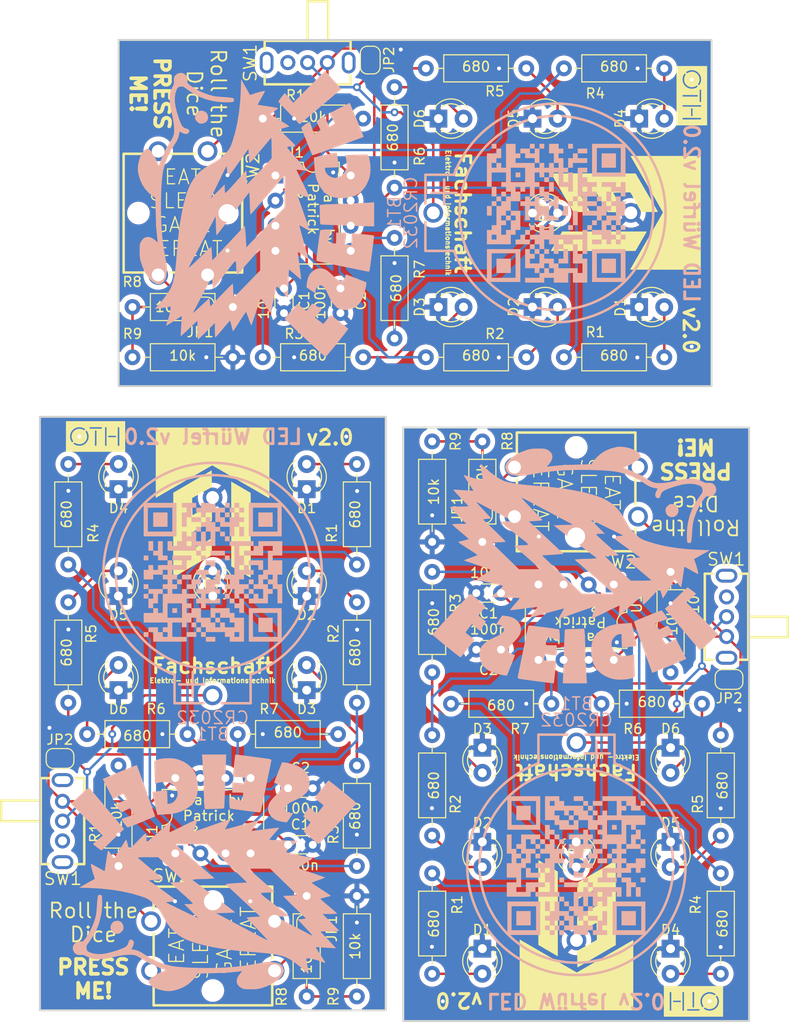
<source format=kicad_pcb>
(kicad_pcb (version 20221018) (generator pcbnew)
  (layers (0 "F.Cu" signal) (31 "B.Cu" signal) (34 "B.Paste" user) (35 "F.Paste" user) (36 "B.SilkS" user "B.Silkscreen") (37 "F.SilkS" user "F.Silkscreen") (38 "B.Mask" user) (39 "F.Mask" user) (44 "Edge.Cuts" user))
  (net 0 "")
  (net 1 "Net-(BT1-+)")
  (net 2 "GND")
  (net 3 "VCC")
  (net 6 "Button")
  (net 7 "Net-(D1-A)")
  (net 8 "Net-(D2-A)")
  (net 9 "Net-(D3-A)")
  (net 10 "Net-(D4-A)")
  (net 11 "Net-(D5-A)")
  (net 12 "Net-(D6-A)")
  (net 13 "Net-(D7-A)")
  (net 14 "RST")
  (net 15 "LED4")
  (net 16 "LED2")
  (net 18 "LED1")
  (net 19 "Net-(JP1-A)")
  (net 20 "LED3")
  (footprint "Resistor_THT:R_Axial_DIN0207_L6.3mm_D2.5mm_P10.16mm_Horizontal" (layer "F.Cu") (at 102.87 128.905 90)
    (fp_text reference "R5")
    (fp_text value "680")
  )
  (footprint "Jumper:SolderJumper-2_P1.3mm_Open_RoundedPad1.0x1.5mm" (layer "F.Cu") (at 127 151.75 90)
    (fp_text reference "JP1")
    (fp_text value "SolderJumper_2_Open" hide)
  )
  (footprint "LED_THT:LED_D3.0mm" (layer "F.Cu") (at 144.78 142.971294 -90)
    (fp_text reference "D2")
    (fp_text value "Red-TH-3mm" hide)
  )
  (footprint "Capacitor_THT:C_Disc_D3.0mm_W1.6mm_P2.50mm" (layer "F.Cu") (at 125.115 137.552842)
    (fp_text reference "C2")
    (fp_text value "100n")
  )
  (footprint "LED_THT:LED_D3.0mm" (layer "F.Cu") (at 144.78 133.451294 -90)
    (fp_text reference "D3")
    (fp_text value "Red-TH-3mm" hide)
  )
  (footprint "LED_THT:LED_D3.0mm" (layer "F.Cu") (at 163.83 133.451294 -90)
    (fp_text reference "D6")
    (fp_text value "Red-TH-3mm" hide)
  )
  (footprint "Capacitor_THT:C_Disc_D3.0mm_W1.6mm_P2.50mm" (layer "F.Cu") (at 146.665 123.533452 180)
    (fp_text reference "C2")
    (fp_text value "100n")
  )
  (footprint "LOGO" (layer "F.Cu") (at 117.475 112.728599)
    (fp_text reference "G012" hide)
    (fp_text value "LOGO" hide)
  )
  (footprint "Resistor_THT:R_Axial_DIN0207_L6.3mm_D2.5mm_P10.16mm_Horizontal" (layer "F.Cu") (at 168.91 132.181294 -90)
    (fp_text reference "R5")
    (fp_text value "680")
  )
  (footprint "C84931:KEY-TH_4P-L12.0-W12.0-P5.00-LS13.4-EH" (layer "F.Cu") (at 117.5 153.5)
    (fp_text reference "SW2")
    (fp_text value "Omron B3F-4055" hide)
  )
  (footprint "LED_THT:LED_D3.0mm" (layer "F.Cu") (at 140.335 88.9)
    (fp_text reference "D3")
    (fp_text value "Red-TH-3mm" hide)
  )
  (footprint "Resistor_THT:R_Axial_DIN0207_L6.3mm_D2.5mm_P10.16mm_Horizontal" (layer "F.Cu") (at 132.08 145.415 90)
    (fp_text reference "R3")
    (fp_text value "680")
  )
  (footprint "Resistor_THT:R_Axial_DIN0207_L6.3mm_D2.5mm_P10.16mm_Horizontal" (layer "F.Cu") (at 139.7 132.181294 -90)
    (fp_text reference "R2")
    (fp_text value "680")
  )
  (footprint "Resistor_THT:R_Axial_DIN0207_L6.3mm_D2.5mm_P10.16mm_Horizontal" (layer "F.Cu") (at 102.87 114.935 90)
    (fp_text reference "R4")
    (fp_text value "680")
  )
  (footprint "Capacitor_THT:C_Disc_D3.0mm_W1.6mm_P2.50mm" (layer "F.Cu") (at 124.702158 87.015 -90)
    (fp_text reference "C1")
    (fp_text value "100n")
  )
  (footprint "Resistor_THT:R_Axial_DIN0207_L6.3mm_D2.5mm_P10.16mm_Horizontal" (layer "F.Cu") (at 127 158.6 90)
    (fp_text reference "R8")
    (fp_text value "10k")
  )
  (footprint "Resistor_THT:R_Axial_DIN0207_L6.3mm_D2.5mm_P10.16mm_Horizontal" (layer "F.Cu") (at 109.37 93.98)
    (fp_text reference "R9")
    (fp_text value "10k")
  )
  (footprint "Resistor_THT:R_Axial_DIN0207_L6.3mm_D2.5mm_P10.16mm_Horizontal" (layer "F.Cu") (at 151.765 129.006294 180)
    (fp_text reference "R7")
    (fp_text value "680")
  )
  (footprint "LED_THT:LED_D3.0mm" (layer "F.Cu") (at 149.855 88.9)
    (fp_text reference "D2")
    (fp_text value "Red-TH-3mm" hide)
  )
  (footprint "LED_THT:LED_D3.0mm" (layer "F.Cu") (at 163.83 153.771294 -90)
    (fp_text reference "D4")
    (fp_text value "Red-TH-3mm" hide)
  )
  (footprint "Resistor_THT:R_Axial_DIN0207_L6.3mm_D2.5mm_P10.16mm_Horizontal" (layer "F.Cu") (at 132.08 128.905 90)
    (fp_text reference "R2")
    (fp_text value "680")
  )
  (footprint "C84931:KEY-TH_4P-L12.0-W12.0-P5.00-LS13.4-EH" (layer "F.Cu") (at 114.47 79.4 -90)
    (fp_text reference "SW2")
    (fp_text value "Omron B3F-4055" hide)
  )
  (footprint "Resistor_THT:R_Axial_DIN0207_L6.3mm_D2.5mm_P10.16mm_Horizontal" (layer "F.Cu") (at 132.08 158.6 90)
    (fp_text reference "R9")
    (fp_text value "10k")
  )
  (footprint "Resistor_THT:R_Axial_DIN0207_L6.3mm_D2.5mm_P10.16mm_Horizontal" (layer "F.Cu") (at 109.37 88.9)
    (fp_text reference "R8")
    (fp_text value "10k")
  )
  (footprint "Resistor_THT:R_Axial_DIN0207_L6.3mm_D2.5mm_P10.16mm_Horizontal" (layer "F.Cu") (at 122.555 93.98)
    (fp_text reference "R3")
    (fp_text value "680")
  )
  (footprint "Resistor_THT:R_Axial_DIN0207_L6.3mm_D2.5mm_P10.16mm_Horizontal" (layer "F.Cu") (at 144.78 102.486294 -90)
    (fp_text reference "R8")
    (fp_text value "10k")
  )
  (footprint "C393937:SW-TH_SK12D07VG4" (layer "F.Cu") (at 127.095 64.186 180)
    (fp_text reference "SW1")
    (fp_text value "SK12D07VG4" hide)
  )
  (footprint "Resistor_THT:R_Axial_DIN0207_L6.3mm_D2.5mm_P10.16mm_Horizontal" (layer "F.Cu") (at 139.065 64.77)
    (fp_text reference "R5")
    (fp_text value "680")
  )
  (footprint "Resistor_THT:R_Axial_DIN0207_L6.3mm_D2.5mm_P10.16mm_Horizontal" (layer "F.Cu") (at 107.95 145.415 90)
    (fp_text reference "R10")
    (fp_text value "10k")
  )
  (footprint "Resistor_THT:R_Axial_DIN0207_L6.3mm_D2.5mm_P10.16mm_Horizontal" (layer "F.Cu") (at 156.845 129.006294)
    (fp_text reference "R6")
    (fp_text value "680")
  )
  (footprint "Capacitor_THT:C_Disc_D3.0mm_W1.6mm_P2.50mm" (layer "F.Cu") (at 130.417158 87.015 -90)
    (fp_text reference "C2")
    (fp_text value "100n")
  )
  (footprint "Jumper:SolderJumper-2_P1.3mm_Open_RoundedPad1.0x1.5mm" (layer "F.Cu") (at 116.22 88.9)
    (fp_text reference "JP1")
    (fp_text value "SolderJumper_2_Open" hide)
  )
  (footprint "LED_THT:LED_D3.0mm" (layer "F.Cu") (at 149.855 79.4)
    (fp_text reference "D7")
    (fp_text value "Red-TH-3mm" hide)
  )
  (footprint "Jumper:SolderJumper-2_P1.3mm_Bridged_RoundedPad1.0x1.5mm" (layer "F.Cu") (at 133.431391 63.933217 90)
    (fp_text reference "JP2")
    (fp_text value "SolderJumper_2_Bridged" hide)
  )
  (footprint "Resistor_THT:R_Axial_DIN0207_L6.3mm_D2.5mm_P10.16mm_Horizontal" (layer "F.Cu") (at 153.035 64.77)
    (fp_text reference "R4")
    (fp_text value "680")
  )
  (footprint "LED_THT:LED_D3.0mm" (layer "F.Cu") (at 163.83 142.971294 -90)
    (fp_text reference "D5")
    (fp_text value "Red-TH-3mm" hide)
  )
  (footprint "Resistor_THT:R_Axial_DIN0207_L6.3mm_D2.5mm_P10.16mm_Horizontal" (layer "F.Cu") (at 120.015 132.08)
    (fp_text reference "R7")
    (fp_text value "680")
  )
  (footprint "LED_THT:LED_D3.0mm" (layer "F.Cu") (at 154.28 142.971294 -90)
    (fp_text reference "D7")
    (fp_text value "Red-TH-3mm" hide)
  )
  (footprint "Package_DIP:DIP-8_W7.62mm" (layer "F.Cu") (at 113.7 144.135 90)
    (fp_text reference "U1")
    (fp_text value "ATtiny13A-P" hide)
  )
  (footprint "Capacitor_THT:C_Disc_D3.0mm_W1.6mm_P2.50mm" (layer "F.Cu") (at 125.115 143.267842)
    (fp_text reference "C1")
    (fp_text value "100n")
  )
  (footprint "LED_THT:LED_D3.0mm" (layer "F.Cu") (at 149.855 69.85)
    (fp_text reference "D5")
    (fp_text value "Red-TH-3mm" hide)
  )
  (footprint "LED_THT:LED_D3.0mm" (layer "F.Cu") (at 127 127.635 90)
    (fp_text reference "D3")
    (fp_text value "Red-TH-3mm" hide)
  )
  (footprint "Package_DIP:DIP-8_W7.62mm" (layer "F.Cu") (at 158.08 116.951294 -90)
    (fp_text reference "U1")
    (fp_text value "ATtiny13A-P" hide)
  )
  (footprint "LED_THT:LED_D3.0mm" (layer "F.Cu") (at 160.655 69.85)
    (fp_text reference "D4")
    (fp_text value "Red-TH-3mm" hide)
  )
  (footprint "LOGO" (layer "F.Cu") (at 155.876401 79.375 -90)
    (fp_text reference "G011" hide)
    (fp_text value "LOGO" hide)
  )
  (footprint "Resistor_THT:R_Axial_DIN0207_L6.3mm_D2.5mm_P10.16mm_Horizontal" (layer "F.Cu") (at 135.89 81.915 -90)
    (fp_text reference "R7")
    (fp_text value "680")
  )
  (footprint "LOGO" (layer "F.Cu") (at 154.305 148.357695 180)
    (fp_text reference "G012" hide)
    (fp_text value "LOGO" hide)
  )
  (footprint "Resistor_THT:R_Axial_DIN0207_L6.3mm_D2.5mm_P10.16mm_Horizontal" (layer "F.Cu") (at 139.065 93.98)
    (fp_text reference "R2")
    (fp_text value "680")
  )
  (footprint "LOGO" (layer "F.Cu") (at 165.981614 67.525615 -90)
    (fp_text reference "G02" hide)
    (fp_text value "LOGO" hide)
  )
  (footprint "Resistor_THT:R_Axial_DIN0207_L6.3mm_D2.5mm_P10.16mm_Horizontal" (layer "F.Cu") (at 153.035 93.98)
    (fp_text reference "R1")
    (fp_text value "680")
  )
  (footprint "Jumper:SolderJumper-2_P1.3mm_Bridged_RoundedPad1.0x1.5mm" (layer "F.Cu") (at 169.746783 126.547685)
    (fp_text reference "JP2")
    (fp_text value "SolderJumper_2_Bridged" hide)
  )
  (footprint "LOGO" (layer "F.Cu") (at 155.241401 79.375 -90)
    (fp_text reference "G012" hide)
    (fp_text value "LOGO" hide)
  )
  (footprint "C84931:KEY-TH_4P-L12.0-W12.0-P5.00-LS13.4-EH" (layer "F.Cu") (at 154.28 107.586294 180)
    (fp_text reference "SW2")
    (fp_text value "Omron B3F-4055" hide)
  )
  (footprint "Package_DIP:DIP-8_W7.62mm" (layer "F.Cu") (at 123.835 75.6)
    (fp_text reference "U1")
    (fp_text value "ATtiny13A-P" hide)
  )
  (footprint "C393937:SW-TH_SK12D07VG4" (layer "F.Cu") (at 102.286 140.875 -90)
    (fp_text reference "SW1")
    (fp_text value "SK12D07VG4" hide)
  )
  (footprint "Resistor_THT:R_Axial_DIN0207_L6.3mm_D2.5mm_P10.16mm_Horizontal" (layer "F.Cu") (at 139.7 146.151294 -90)
    (fp_text reference "R1")
    (fp_text value "680")
  )
  (footprint "LOGO" (layer "F.Cu") (at 117.475 112.093599)
    (fp_text reference "G011" hide)
    (fp_text value "LOGO" hide)
  )
  (footprint "LED_THT:LED_D3.0mm" (layer "F.Cu") (at 144.78 153.766294 -90)
    (fp_text reference "D1")
    (fp_text value "Red-TH-3mm" hide)
  )
  (footprint "LED_THT:LED_D3.0mm" (layer "F.Cu") (at 117.5 118.115 90)
    (fp_text reference "D7")
    (fp_text value "Red-TH-3mm" hide)
  )
  (footprint "C393937:SW-TH_SK12D07VG4" (layer "F.Cu") (at 169.494 120.211294 90)
    (fp_text reference "SW1")
    (fp_text value "SK12D07VG4" hide)
  )
  (footprint "Resistor_THT:R_Axial_DIN0207_L6.3mm_D2.5mm_P10.16mm_Horizontal" (layer "F.Cu") (at 163.83 115.671294 -90)
    (fp_text reference "R10")
    (fp_text value "10k")
  )
  (footprint "Jumper:SolderJumper-2_P1.3mm_Open_RoundedPad1.0x1.5mm" (layer "F.Cu") (at 144.78 109.336294 -90)
    (fp_text reference "JP1")
    (fp_text value "SolderJumper_2_Open" hide)
  )
  (footprint "LOGO" (layer "F.Cu") (at 166.154385 159.097908 180)
    (fp_text reference "G02" hide)
    (fp_text value "LOGO" hide)
  )
  (footprint "Resistor_THT:R_Axial_DIN0207_L6.3mm_D2.5mm_P10.16mm_Horizontal" (layer "F.Cu") (at 114.935 132.08 180)
    (fp_text reference "R6")
    (fp_text value "680")
  )
  (footprint "LOGO" (layer "F.Cu") (at 154.305 148.992695 180)
    (fp_text reference "G011" hide)
    (fp_text value "LOGO" hide)
  )
  (footprint "Jumper:SolderJumper-2_P1.3mm_Bridged_RoundedPad1.0x1.5mm" (layer "F.Cu") (at 102.033217 134.538609 180)
    (fp_text reference "JP2")
    (fp_text value "SolderJumper_2_Bridged" hide)
  )
  (footprint "LED_THT:LED_D3.0mm" (layer "F.Cu") (at 107.95 118.115 90)
    (fp_text reference "D5")
    (fp_text value "Red-TH-3mm" hide)
  )
  (footprint "Resistor_THT:R_Axial_DIN0207_L6.3mm_D2.5mm_P10.16mm_Horizontal" (layer "F.Cu") (at 139.7 115.671294 -90)
    (fp_text reference "R3")
    (fp_text value "680")
  )
  (footprint "LED_THT:LED_D3.0mm" (layer "F.Cu") (at 127 118.115 90)
    (fp_text reference "D2")
    (fp_text value "Red-TH-3mm" hide)
  )
  (footprint "LOGO" (layer "F.Cu") (at 105.625615 101.988386)
    (fp_text reference "G02" hide)
    (fp_text value "LOGO" hide)
  )
  (footprint "LED_THT:LED_D3.0mm" (layer "F.Cu") (at 107.95 107.315 90)
    (fp_text reference "D4")
    (fp_text value "Red-TH-3mm" hide)
  )
  (footprint "LED_THT:LED_D3.0mm" (layer "F.Cu") (at 160.65 88.9)
    (fp_text reference "D1")
    (fp_text value "Red-TH-3mm" hide)
  )
  (footprint "LED_THT:LED_D3.0mm" (layer "F.Cu") (at 107.95 127.635 90)
    (fp_text reference "D6")
    (fp_text value "Red-TH-3mm" hide)
  )
  (footprint "Capacitor_THT:C_Disc_D3.0mm_W1.6mm_P2.50mm" (layer "F.Cu") (at 146.665 117.818452 180)
    (fp_text reference "C1")
    (fp_text value "100n")
  )
  (footprint "Resistor_THT:R_Axial_DIN0207_L6.3mm_D2.5mm_P10.16mm_Horizontal" (layer "F.Cu") (at 168.91 146.151294 -90)
    (fp_text reference "R4")
    (fp_text value "680")
  )
  (footprint "LED_THT:LED_D3.0mm" (layer "F.Cu") (at 127 107.32 90)
    (fp_text reference "D1")
    (fp_text value "Red-TH-3mm" hide)
  )
  (footprint "Resistor_THT:R_Axial_DIN0207_L6.3mm_D2.5mm_P10.16mm_Horizontal" (layer "F.Cu") (at 135.89 76.835 90)
    (fp_text reference "R6")
    (fp_text value "680")
  )
  (footprint "Resistor_THT:R_Axial_DIN0207_L6.3mm_D2.5mm_P10.16mm_Horizontal" (layer "F.Cu") (at 132.08 114.935 90)
    (fp_text reference "R1")
    (fp_text value "680")
  )
  (footprint "Resistor_THT:R_Axial_DIN0207_L6.3mm_D2.5mm_P10.16mm_Horizontal" (layer "F.Cu") (at 139.7 102.486294 -90)
    (fp_text reference "R9")
    (fp_text value "10k")
  )
  (footprint "LED_THT:LED_D3.0mm" (layer "F.Cu") (at 140.335 69.85)
    (fp_text reference "D6")
    (fp_text value "Red-TH-3mm" hide)
  )
  (footprint "Resistor_THT:R_Axial_DIN0207_L6.3mm_D2.5mm_P10.16mm_Horizontal" (layer "F.Cu") (at 122.555 69.85)
    (fp_text reference "R10")
    (fp_text value "10k")
  )
  (footprint "LOGO" (layer "B.Cu") (at 117.475 146.05 180)
    (fp_text reference "G01" hide)
    (fp_text value "LOGO" hide)
  )
  (footprint "LOGO" (layer "B.Cu") (at 154.305 115.036294)
    (fp_text reference "G01" hide)
    (fp_text value "LOGO" hide)
  )
  (footprint "LOGO" (layer "B.Cu") (at 121.92 79.375 90)
    (fp_text reference "G01" hide)
    (fp_text value "LOGO" hide)
  )
  (footprint "C70376:BAT-TH_BS-2-1" (layer "B.Cu") (at 117.475 118.156421 180)
    (fp_text reference "BT1")
    (fp_text value "CR2032")
  )
  (footprint "LOGO" (layer "B.Cu") (at 117.513045 115.715632 180)
    (fp_text reference "G100" hide)
    (fp_text value "LOGO" hide)
  )
  (footprint "LOGO" (layer "B.Cu") (at 154.266955 145.370662)
    (fp_text reference "G100" hide)
    (fp_text value "LOGO" hide)
  )
  (footprint "C70376:BAT-TH_BS-2-1" (layer "B.Cu") (at 149.813579 79.375 90)
    (fp_text reference "BT1")
    (fp_text value "CR2032")
  )
  (footprint "C70376:BAT-TH_BS-2-1" (layer "B.Cu") (at 154.305 142.929873)
    (fp_text reference "BT1")
    (fp_text value "CR2032")
  )
  (footprint "LOGO" (layer "B.Cu") (at 152.254368 79.413045 90)
    (fp_text reference "G100" hide)
    (fp_text value "LOGO" hide)
  )
  (gr_rect (start 136.78 101.086294) (end 171.78 161.086294) (stroke (width 0.2)) (fill none) (layer "Edge.Cuts"))
  (gr_rect (start 107.97 61.9) (end 167.97 96.9) (stroke (width 0.2)) (fill none) (layer "Edge.Cuts"))
  (gr_rect (start 100 100) (end 135 160) (stroke (width 0.2)) (fill none) (layer "Edge.Cuts"))
  (gr_text "LED Würfel v2.0" (at 154.26032 159.057345 180) (layer "B.SilkS") (effects (font (size 1.5 1.5) (thickness 0.3) bold) (justify mirror)))
  (gr_text "LED Würfel v2.0" (at 117.51968 102.028949) (layer "B.SilkS") (effects (font (size 1.5 1.5) (thickness 0.3) bold) (justify mirror)))
  (gr_text "LED Würfel v2.0" (at 165.941051 79.41968 -90) (layer "B.SilkS") (effects (font (size 1.5 1.5) (thickness 0.3) bold) (justify mirror)))
  (gr_text "Roll the\nDice" (at 105.41 151.13) (layer "F.SilkS") (effects (font (size 1.5 1.5) (thickness 0.1875))))
  (gr_text "made by\nPatrick \n& Leo" (at 117.475 140.335) (layer "F.SilkS") (effects (font (size 1 1))))
  (gr_text "Elektro- und Informationstechnik" (at 141.018909 79.375685 -90) (layer "F.SilkS") (effects (font (size 0.5 0.5) (thickness 0.125) bold) (justify bottom)))
  (gr_text "made by\nPatrick \n& Leo" (at 154.305 120.751294 180) (layer "F.SilkS") (effects (font (size 1 1))))
  (gr_text "PRESS\nME!" (at 105.41 156.845) (layer "F.SilkS") (effects (font (size 1.5 1.5) (thickness 0.375) bold)))
  (gr_text "PRESS\nME!" (at 111.125 67.31 -90) (layer "F.SilkS") (effects (font (size 1.5 1.5) (thickness 0.375) bold)))
  (gr_text "v2.0" (at 142.423249 158.994893 180) (layer "F.SilkS") (effects (font (size 1.5 1.5) (thickness 0.3) bold)))
  (gr_text "Roll the\nDice" (at 116.84 67.31 -90) (layer "F.SilkS") (effects (font (size 1.5 1.5) (thickness 0.1875))))
  (gr_text "Fachschaft" (at 141.906401 79.375 -90) (layer "F.SilkS") (effects (font (size 1.5 1.5) (thickness 0.3) bold) (justify bottom)))
  (gr_text "PRESS\nME!" (at 166.37 104.241294 180) (layer "F.SilkS") (effects (font (size 1.5 1.5) (thickness 0.375) bold)))
  (gr_text "EAT\nSLEEP\nGAME\nREPEAT" (at 117.475 153.516174 90) (layer "F.SilkS") (effects (font (size 1.5 1.5) (thickness 0.125))))
  (gr_text "EAT\nSLEEP\nGAME\nREPEAT" (at 114.453826 79.375) (layer "F.SilkS") (effects (font (size 1.5 1.5) (thickness 0.125))))
  (gr_text "Elektro- und Informationstechnik" (at 117.475685 126.951091) (layer "F.SilkS") (effects (font (size 0.5 0.5) (thickness 0.125) bold) (justify bottom)))
  (gr_text "Fachschaft" (at 154.305 135.022695 180) (layer "F.SilkS") (effects (font (size 1.5 1.5) (thickness 0.3) bold) (justify bottom)))
  (gr_text "EAT\nSLEEP\nGAME\nREPEAT" (at 154.305 107.57012 -90) (layer "F.SilkS") (effects (font (size 1.5 1.5) (thickness 0.125))))
  (gr_text "Roll the\nDice" (at 166.37 109.956294 180) (layer "F.SilkS") (effects (font (size 1.5 1.5) (thickness 0.1875))))
  (gr_text "v2.0" (at 165.878599 91.256751 -90) (layer "F.SilkS") (effects (font (size 1.5 1.5) (thickness 0.3) bold)))
  (gr_text "Elektro- und Informationstechnik" (at 154.304315 134.135203 180) (layer "F.SilkS") (effects (font (size 0.5 0.5) (thickness 0.125) bold) (justify bottom)))
  (gr_text "made by\nPatrick \n& Leo" (at 127.635 79.375 -90) (layer "F.SilkS") (effects (font (size 1 1))))
  (gr_text "v2.0" (at 129.356751 102.091401) (layer "F.SilkS") (effects (font (size 1.5 1.5) (thickness 0.3) bold)))
  (gr_text "Fachschaft" (at 117.475 126.063599) (layer "F.SilkS") (effects (font (size 1.5 1.5) (thickness 0.3) bold) (justify bottom)))
  (segment (start 164.465 129.006294) (end 164.465 129.641294) (width 0.25) (layer "F.Cu") (net 1))
  (segment (start 103.423609 134.538609) (end 102.683217 134.538609) (width 0.25) (layer "F.Cu") (net 1))
  (segment (start 168.356391 126.547685) (end 169.096783 126.547685) (width 0.25) (layer "F.Cu") (net 1))
  (segment (start 132.08 66.675) (end 133.431391 65.323609) (width 0.25) (layer "F.Cu") (net 1))
  (segment (start 133.431391 65.323609) (end 133.431391 64.583217) (width 0.25) (layer "F.Cu") (net 1))
  (segment (start 135.89 69.215) (end 136.525 69.215) (width 0.25) (layer "F.Cu") (net 1))
  (segment (start 110.603579 128.156421) (end 117.475 128.156421) (width 0.25) (layer "F.Cu") (net 1))
  (segment (start 167.005 125.196294) (end 168.356391 126.547685) (width 0.25) (layer "F.Cu") (net 1))
  (segment (start 107.315 132.08) (end 107.315 131.445) (width 0.25) (layer "F.Cu") (net 1))
  (segment (start 164.465 129.641294) (end 161.176421 132.929873) (width 0.25) (layer "F.Cu") (net 1))
  (segment (start 139.813579 72.503579) (end 139.813579 79.375) (width 0.25) (layer "F.Cu") (net 1))
  (segment (start 107.315 131.445) (end 110.603579 128.156421) (width 0.25) (layer "F.Cu") (net 1))
  (segment (start 104.775 135.89) (end 103.423609 134.538609) (width 0.25) (layer "F.Cu") (net 1))
  (segment (start 161.176421 132.929873) (end 154.305 132.929873) (width 0.25) (layer "F.Cu") (net 1))
  (segment (start 136.525 69.215) (end 139.813579 72.503579) (width 0.25) (layer "F.Cu") (net 1))
  (via (at 135.89 69.215) (size 0.8) (drill 0.4) (layers "F.Cu" "B.Cu") (net 1))
  (via (at 164.465 129.006294) (size 0.8) (drill 0.4) (layers "F.Cu" "B.Cu") (net 1))
  (via (at 104.775 135.89) (size 0.8) (drill 0.4) (layers "F.Cu" "B.Cu") (net 1))
  (via (at 132.08 66.675) (size 0.8) (drill 0.4) (layers "F.Cu" "B.Cu") (net 1))
  (via (at 167.005 125.196294) (size 0.8) (drill 0.4) (layers "F.Cu" "B.Cu") (net 1))
  (via (at 107.315 132.08) (size 0.8) (drill 0.4) (layers "F.Cu" "B.Cu") (net 1))
  (segment (start 104.775 138.386) (end 102.286 140.875) (width 0.25) (layer "B.Cu") (net 1))
  (segment (start 129.584 66.675) (end 127.095 64.186) (width 0.25) (layer "B.Cu") (net 1))
  (segment (start 107.315 133.35) (end 104.775 135.89) (width 0.25) (layer "B.Cu") (net 1))
  (segment (start 132.08 66.675) (end 129.584 66.675) (width 0.25) (layer "B.Cu") (net 1))
  (segment (start 167.005 122.700294) (end 169.494 120.211294) (width 0.25) (layer "B.Cu") (net 1))
  (segment (start 107.315 132.08) (end 107.315 133.35) (width 0.25) (layer "B.Cu") (net 1))
  (segment (start 104.775 135.89) (end 104.775 138.386) (width 0.25) (layer "B.Cu") (net 1))
  (segment (start 134.62 69.215) (end 132.08 66.675) (width 0.25) (layer "B.Cu") (net 1))
  (segment (start 167.005 125.196294) (end 167.005 122.700294) (width 0.25) (layer "B.Cu") (net 1))
  (segment (start 164.465 129.006294) (end 164.465 127.736294) (width 0.25) (layer "B.Cu") (net 1))
  (segment (start 135.89 69.215) (end 134.62 69.215) (width 0.25) (layer "B.Cu") (net 1))
  (segment (start 164.465 127.736294) (end 167.005 125.196294) (width 0.25) (layer "B.Cu") (net 1))
  (segment (start 153.94094 142.91043) (end 152.67594 141.64543) (width 2) (layer "F.Cu") (net 2))
  (segment (start 152.67594 141.64543) (end 155.82094 141.64543) (width 2) (layer "F.Cu") (net 2))
  (segment (start 119.10406 119.440864) (end 115.95906 119.440864) (width 2) (layer "F.Cu") (net 2))
  (segment (start 154.28 142.971294) (end 153.665 142.971294) (width 0.25) (layer "F.Cu") (net 2))
  (segment (start 148.529136 81.00406) (end 148.529136 77.85906) (width 2) (layer "F.Cu") (net 2))
  (segment (start 148.529136 77.85906) (end 149.794136 79.12406) (width 2) (layer "F.Cu") (net 2))
  (segment (start 117.5 118.115) (end 118.115 118.115) (width 0.25) (layer "F.Cu") (net 2))
  (segment (start 117.83906 118.175864) (end 119.10406 119.440864) (width 2) (layer "F.Cu") (net 2))
  (segment (start 155.82094 141.64543) (end 154.55594 142.91043) (width 2) (layer "F.Cu") (net 2))
  (segment (start 115.95906 119.440864) (end 117.22406 118.175864) (width 2) (layer "F.Cu") (net 2))
  (segment (start 149.794136 79.73906) (end 148.529136 81.00406) (width 2) (layer "F.Cu") (net 2))
  (segment (start 149.855 79.4) (end 149.855 80.015) (width 0.25) (layer "F.Cu") (net 2))
  (via (at 132.103723 121.522485) (size 0.8) (drill 0.4) (layers "F.Cu" "B.Cu") (net 2))
  (via (at 165.97 92.9) (size 0.8) (drill 0.4) (layers "F.Cu" "B.Cu") (net 2))
  (via (at 168.899522 153.605845) (size 0.8) (drill 0.4) (layers "F.Cu" "B.Cu") (net 2))
  (via (at 149.225 129.006294) (size 0.8) (drill 0.4) (layers "F.Cu" "B.Cu") (net 2))
  (via (at 113.669107 148.982735) (size 0.8) (drill 0.4) (layers "F.Cu" "B.Cu") (net 2))
  (via (at 125.73 69.85) (size 0.8) (drill 0.4) (layers "F.Cu" "B.Cu") (net 2))
  (via (at 150.490893 112.103559) (size 0.8) (drill 0.4) (layers "F.Cu" "B.Cu") (net 2))
  (via (at 160.466303 94.003723) (size 0.8) (drill 0.4) (layers "F.Cu" "B.Cu") (net 2))
  (via (at 146.470763 64.780478) (size 0.8) (drill 0.4) (layers "F.Cu" "B.Cu") (net 2))
  (via (at 167.78 159.086294) (size 0.8) (drill 0.4) (layers "F.Cu" "B.Cu") (net 2))
  (via (at 125.73 93.98) (size 0.8) (drill 0.4) (layers "F.Cu" "B.Cu") (net 2))
  (via (at 160.489551 64.780478) (size 0.8) (drill 0.4) (layers "F.Cu" "B.Cu") (net 2))
  (via (at 170.815 129.641294) (size 0.8) (drill 0.4) (layers "F.Cu" "B.Cu") (net 2))
  (via (at 131 102) (size 0.8) (drill 0.4) (layers "F.Cu" "B.Cu") (net 2))
  (via (at 112.395 132.08) (size 0.8) (drill 0.4) (layers "F.Cu" "B.Cu") (net 2))
  (via (at 165.97 65.9) (size 0.8) (drill 0.4) (layers "F.Cu" "B.Cu") (net 2))
  (via (at 132.08 142.24) (size 0.8) (drill 0.4) (layers "F.Cu" "B.Cu") (net 2))
  (via (at 146.447515 94.003723) (size 0.8) (drill 0.4) (layers "F.Cu" "B.Cu") (net 2))
  (via (at 136.525 62.865) (size 0.8) (drill 0.4) (layers "F.Cu" "B.Cu") (net 2))
  (via (at 102.880478 121.499237) (size 0.8) (drill 0.4) (layers "F.Cu" "B.Cu") (net 2))
  (via (at 139.7 109.956294) (size 0.8) (drill 0.4) (layers "F.Cu" "B.Cu") (net 2))
  (via (at 118.987265 75.569107) (size 0.8) (drill 0.4) (layers "F.Cu" "B.Cu") (net 2))
  (via (at 100.965 131.445) (size 0.8) (drill 0.4) (layers "F.Cu" "B.Cu") (net 2))
  (via (at 135.89 74.295) (size 0.8) (drill 0.4) (layers "F.Cu" "B.Cu") (net 2))
  (via (at 163.83 118.846294) (size 0.8) (drill 0.4) (layers "F.Cu" "B.Cu") (net 2))
  (via (at 139.676277 139.563809) (size 0.8) (drill 0.4) (layers "F.Cu" "B.Cu") (net 2))
  (via (at 132.103723 107.503697) (size 0.8) (drill 0.4) (layers "F.Cu" "B.Cu") (net 2))
  (via (at 158.390518 122.798028) (size 0.8) (drill 0.4) (layers "F.Cu" "B.Cu") (net 2))
  (via (at 102.880478 107.480449) (size 0.8) (drill 0.4) (layers "F.Cu" "B.Cu") (net 2))
  (via (at 159.385 129.006294) (size 0.8) (drill 0.4) (layers "F.Cu" "B.Cu") (net 2))
  (via (at 135.89 84.455) (size 0.8) (drill 0.4) (layers "F.Cu" "B.Cu") (net 2))
  (via (at 139.7 118.846294) (size 0.8) (drill 0.4) (layers "F.Cu" "B.Cu") (net 2))
  (via (at 113.389482 138.288266) (size 0.8) (drill 0.4) (layers "F.Cu" "B.Cu") (net 2))
  (via (at 139.676277 153.582597) (size 0.8) (drill 0.4) (layers "F.Cu" "B.Cu") (net 2))
  (via (at 132.08 151.13) (size 0.8) (drill 0.4) (layers "F.Cu" "B.Cu") (net 2))
  (via (at 107.95 142.24) (size 0.8) (drill 0.4) (layers "F.Cu" "B.Cu") (net 2))
  (via (at 104 102) (size 0.8) (drill 0.4) (layers "F.Cu" "B.Cu") (net 2))
  (via (at 116.84 93.98) (size 0.8) (drill 0.4) (layers "F.Cu" "B.Cu") (net 2))
  (via (at 121.289107 148.982735) (size 0.8) (drill 0.4) (layers "F.Cu" "B.Cu") (net 2))
  (via (at 168.899522 139.587057) (size 0.8) (drill 0.4) (layers "F.Cu" "B.Cu") (net 2))
  (via (at 129.681734 75.289482) (size 0.8) (drill 0.4) (layers "F.Cu" "B.Cu") (net 2))
  (via (at 140.78 159.086294) (size 0.8) (drill 0.4) (layers "F.Cu" "B.Cu") (net 2))
  (via (at 122.555 132.08) (size 0.8) (drill 0.4) (layers "F.Cu" "B.Cu") (net 2))
  (via (at 118.987265 83.189107) (size 0.8) (drill 0.4) (layers "F.Cu" "B.Cu") (net 2))
  (via (at 158.110893 112.103559) (size 0.8) (drill 0.4) (layers "F.Cu" "B.Cu") (net 2))
  (segment (start 107.95 145.415) (end 107.95 144.539) (width 0.25) (layer "F.Cu") (net 3))
  (segment (start 120.27 69.85) (end 122.555 69.85) (width 0.25) (layer "F.Cu") (net 3))
  (segment (start 113.7 136.515) (end 118.155 140.97) (width 0.25) (layer "F.Cu") (net 3))
  (segment (start 107.95 144.539) (end 102.286 138.875) (width 0.25) (layer "F.Cu") (net 3))
  (segment (start 122.555 69.85) (end 123.431 69.85) (width 0.25) (layer "F.Cu") (net 3))
  (segment (start 132.909174 62.761) (end 133.431391 63.283217) (width 0.25) (layer "F.Cu") (net 3))
  (segment (start 102.286 138.875) (end 111.34 138.875) (width 0.25) (layer "F.Cu") (net 3))
  (segment (start 130.52 62.761) (end 132.909174 62.761) (width 0.25) (layer "F.Cu") (net 3))
  (segment (start 111.25 151) (end 107.95 147.7) (width 0.25) (layer "F.Cu") (net 3))
  (segment (start 148.962842 120.116294) (end 146.665 117.818452) (width 0.25) (layer "F.Cu") (net 3))
  (segment (start 116.97 73.15) (end 120.27 69.85) (width 0.25) (layer "F.Cu") (net 3))
  (segment (start 123.431 69.85) (end 129.095 64.186) (width 0.25) (layer "F.Cu") (net 3))
  (segment (start 127 84.717158) (end 124.702158 87.015) (width 0.25) (layer "F.Cu") (net 3))
  (segment (start 107.95 147.7) (end 107.95 145.415) (width 0.25) (layer "F.Cu") (net 3))
  (segment (start 122.817158 140.97) (end 125.115 143.267842) (width 0.25) (layer "F.Cu") (net 3))
  (segment (start 163.83 113.386294) (end 163.83 115.671294) (width 0.25) (layer "F.Cu") (net 3))
  (segment (start 131.455 75.6) (end 127 80.055) (width 0.25) (layer "F.Cu") (net 3))
  (segment (start 163.83 115.671294) (end 163.83 116.547294) (width 0.25) (layer "F.Cu") (net 3))
  (segment (start 111.34 138.875) (end 113.7 136.515) (width 0.25) (layer "F.Cu") (net 3))
  (segment (start 153.625 120.116294) (end 148.962842 120.116294) (width 0.25) (layer "F.Cu") (net 3))
  (segment (start 170.919 123.636294) (end 170.919 126.025468) (width 0.25) (layer "F.Cu") (net 3))
  (segment (start 100.861 135.060826) (end 101.383217 134.538609) (width 0.25) (layer "F.Cu") (net 3))
  (segment (start 127 80.055) (end 127 84.717158) (width 0.25) (layer "F.Cu") (net 3))
  (segment (start 129.095 64.186) (end 130.52 62.761) (width 0.25) (layer "F.Cu") (net 3))
  (segment (start 129.095 64.186) (end 129.095 73.24) (width 0.25) (layer "F.Cu") (net 3))
  (segment (start 102.286 138.875) (end 100.861 137.45) (width 0.25) (layer "F.Cu") (net 3))
  (segment (start 100.861 137.45) (end 100.861 135.060826) (width 0.25) (layer "F.Cu") (net 3))
  (segment (start 158.08 124.571294) (end 153.625 120.116294) (width 0.25) (layer "F.Cu") (net 3))
  (segment (start 129.095 73.24) (end 131.455 75.6) (width 0.25) (layer "F.Cu") (net 3))
  (segment (start 170.919 126.025468) (end 170.396783 126.547685) (width 0.25) (layer "F.Cu") (net 3))
  (segment (start 169.494 122.211294) (end 170.919 123.636294) (width 0.25) (layer "F.Cu") (net 3))
  (segment (start 160.53 110.086294) (end 163.83 113.386294) (width 0.25) (layer "F.Cu") (net 3))
  (segment (start 160.44 122.211294) (end 158.08 124.571294) (width 0.25) (layer "F.Cu") (net 3))
  (segment (start 169.494 122.211294) (end 160.44 122.211294) (width 0.25) (layer "F.Cu") (net 3))
  (segment (start 163.83 116.547294) (end 169.494 122.211294) (width 0.25) (layer "F.Cu") (net 3))
  (segment (start 118.155 140.97) (end 122.817158 140.97) (width 0.25) (layer "F.Cu") (net 3))
  (segment (start 119.53 84.985) (end 123.835 80.68) (width 0.25) (layer "F.Cu") (net 6))
  (segment (start 123.085 148.44) (end 118.78 144.135) (width 0.25) (layer "F.Cu") (net 6))
  (segment (start 144.78 112.646294) (end 148.695 112.646294) (width 0.25) (layer "F.Cu") (net 6))
  (segment (start 127 148.44) (end 123.085 148.44) (width 0.25) (layer "F.Cu") (net 6))
  (segment (start 119.53 88.9) (end 116.87 88.9) (width 0.25) (layer "F.Cu") (net 6))
  (segment (start 148.695 112.646294) (end 153 116.951294) (width 0.25) (layer "F.Cu") (net 6))
  (segment (start 144.78 112.646294) (end 144.78 109.986294) (width 0.25) (layer "F.Cu") (net 6))
  (segment (start 127 148.44) (end 127 151.1) (width 0.25) (layer "F.Cu") (net 6))
  (segment (start 119.53 88.9) (end 119.53 84.985) (width 0.25) (layer "F.Cu") (net 6))
  (segment (start 153 117.198452) (end 153 116.951294) (width 0.25) (layer "B.Cu") (net 6))
  (segment (start 124.082158 80.68) (end 123.835 80.68) (width 0.25) (layer "B.Cu") (net 6))
  (segment (start 118.78 143.887842) (end 118.78 144.135) (width 0.25) (layer "B.Cu") (net 6))
  (segment (start 146.665 123.533452) (end 153 117.198452) (width 0.25) (layer "B.Cu") (net 6))
  (segment (start 130.417158 87.015) (end 124.082158 80.68) (width 0.25) (layer "B.Cu") (net 6))
  (segment (start 125.115 137.552842) (end 118.78 143.887842) (width 0.25) (layer "B.Cu") (net 6))
  (segment (start 127.005 104.775) (end 127 104.78) (width 0.25) (layer "F.Cu") (net 7))
  (segment (start 163.195 88.905) (end 163.19 88.9) (width 0.25) (layer "F.Cu") (net 7))
  (segment (start 139.7 156.311294) (end 144.775 156.311294) (width 0.25) (layer "F.Cu") (net 7))
  (segment (start 144.775 156.311294) (end 144.78 156.306294) (width 0.25) (layer "F.Cu") (net 7))
  (segment (start 163.195 93.98) (end 163.195 88.905) (width 0.25) (layer "F.Cu") (net 7))
  (segment (start 132.08 104.775) (end 127.005 104.775) (width 0.25) (layer "F.Cu") (net 7))
  (segment (start 144.78 145.511294) (end 144.78 145.516294) (width 0.25) (layer "F.Cu") (net 8))
  (segment (start 142.875 145.516294) (end 139.7 142.341294) (width 0.25) (layer "F.Cu") (net 8))
  (segment (start 144.775 145.516294) (end 142.875 145.516294) (width 0.25) (layer "F.Cu") (net 8))
  (segment (start 128.905 115.57) (end 132.08 118.745) (width 0.25) (layer "F.Cu") (net 8))
  (segment (start 144.78 145.511294) (end 144.775 145.516294) (width 0.25) (layer "F.Cu") (net 8))
  (segment (start 127 115.575) (end 127 115.57) (width 0.25) (layer "F.Cu") (net 8))
  (segment (start 152.395 88.9) (end 152.4 88.905) (width 0.25) (layer "F.Cu") (net 8))
  (segment (start 152.4 88.905) (end 152.4 90.805) (width 0.25) (layer "F.Cu") (net 8))
  (segment (start 152.395 88.9) (end 152.4 88.9) (width 0.25) (layer "F.Cu") (net 8))
  (segment (start 127 115.575) (end 127.005 115.57) (width 0.25) (layer "F.Cu") (net 8))
  (segment (start 127.005 115.57) (end 128.905 115.57) (width 0.25) (layer "F.Cu") (net 8))
  (segment (start 152.4 90.805) (end 149.225 93.98) (width 0.25) (layer "F.Cu") (net 8))
  (segment (start 135.89 93.98) (end 132.715 93.98) (width 0.25) (layer "F.Cu") (net 9))
  (segment (start 142.549009 131.855303) (end 139.7 129.006294) (width 0.25) (layer "F.Cu") (net 9))
  (segment (start 144.78 135.988794) (end 142.549009 133.757803) (width 0.25) (layer "F.Cu") (net 9))
  (segment (start 138.739009 91.130991) (end 135.89 93.98) (width 0.25) (layer "F.Cu") (net 9))
  (segment (start 142.549009 133.757803) (end 142.549009 131.855303) (width 0.25) (layer "F.Cu") (net 9))
  (segment (start 127 125.0975) (end 129.230991 127.328491) (width 0.25) (layer "F.Cu") (net 9))
  (segment (start 140.641509 91.130991) (end 138.739009 91.130991) (width 0.25) (layer "F.Cu") (net 9))
  (segment (start 129.230991 129.230991) (end 132.08 132.08) (width 0.25) (layer "F.Cu") (net 9))
  (segment (start 132.08 132.08) (end 132.08 135.255) (width 0.25) (layer "F.Cu") (net 9))
  (segment (start 129.230991 127.328491) (end 129.230991 129.230991) (width 0.25) (layer "F.Cu") (net 9))
  (segment (start 142.8725 88.9) (end 140.641509 91.130991) (width 0.25) (layer "F.Cu") (net 9))
  (segment (start 139.7 129.006294) (end 139.7 125.831294) (width 0.25) (layer "F.Cu") (net 9))
  (segment (start 107.95 104.775) (end 102.87 104.775) (width 0.25) (layer "F.Cu") (net 10))
  (segment (start 163.83 156.311294) (end 168.91 156.311294) (width 0.25) (layer "F.Cu") (net 10))
  (segment (start 163.195 69.85) (end 163.195 64.77) (width 0.25) (layer "F.Cu") (net 10))
  (segment (start 106.04 115.575) (end 102.87 118.745) (width 0.25) (layer "F.Cu") (net 11))
  (segment (start 163.83 145.511294) (end 165.74 145.511294) (width 0.25) (layer "F.Cu") (net 11))
  (segment (start 165.74 145.511294) (end 168.91 142.341294) (width 0.25) (layer "F.Cu") (net 11))
  (segment (start 152.395 69.85) (end 152.395 67.94) (width 0.25) (layer "F.Cu") (net 11))
  (segment (start 152.395 67.94) (end 149.225 64.77) (width 0.25) (layer "F.Cu") (net 11))
  (segment (start 107.95 115.575) (end 106.04 115.575) (width 0.25) (layer "F.Cu") (net 11))
  (segment (start 135.89 66.675) (end 139.7 66.675) (width 0.25) (layer "F.Cu") (net 12))
  (segment (start 167.005 129.006294) (end 167.005 132.816294) (width 0.25) (layer "F.Cu") (net 12))
  (segment (start 167.005 132.816294) (end 163.83 135.991294) (width 0.25) (layer "F.Cu") (net 12))
  (segment (start 139.7 66.675) (end 142.875 69.85) (width 0.25) (layer "F.Cu") (net 12))
  (segment (start 104.775 128.27) (end 107.95 125.095) (width 0.25) (layer "F.Cu") (net 12))
  (segment (start 104.775 132.08) (end 104.775 128.27) (width 0.25) (layer "F.Cu") (net 12))
  (segment (start 152.375 79.4) (end 146.05 85.725) (width 0.25) (layer "B.Cu") (net 13))
  (segment (start 135.89 88.9) (end 135.89 92.075) (width 0.25) (layer "B.Cu") (net 13))
  (segment (start 117.5 115.595) (end 123.825 121.92) (width 0.25) (layer "B.Cu") (net 13))
  (segment (start 154.28 145.491294) (end 147.955 139.166294) (width 0.25) (layer "B.Cu") (net 13))
  (segment (start 147.955 139.166294) (end 147.955 132.181294) (width 0.25) (layer "B.Cu") (net 13))
  (segment (start 139.065 85.725) (end 135.89 88.9) (width 0.25) (layer "B.Cu") (net 13))
  (segment (start 147.955 132.181294) (end 144.78 129.006294) (width 0.25) (layer "B.Cu") (net 13))
  (segment (start 123.825 121.92) (end 123.825 128.905) (width 0.25) (layer "B.Cu") (net 13))
  (segment (start 127 132.08) (end 130.175 132.08) (width 0.25) (layer "B.Cu") (net 13))
  (segment (start 146.05 85.725) (end 139.065 85.725) (width 0.25) (layer "B.Cu") (net 13))
  (segment (start 123.825 128.905) (end 127 132.08) (width 0.25) (layer "B.Cu") (net 13))
  (segment (start 144.78 129.006294) (end 141.605 129.006294) (width 0.25) (layer "B.Cu") (net 13))
  (segment (start 132.715 69.85) (end 129.585 69.85) (width 0.25) (layer "B.Cu") (net 14))
  (segment (start 129.585 69.85) (end 123.835 75.6) (width 0.25) (layer "B.Cu") (net 14))
  (segment (start 163.83 125.831294) (end 163.83 122.701294) (width 0.25) (layer "B.Cu") (net 14))
  (segment (start 163.83 122.701294) (end 158.08 116.951294) (width 0.25) (layer "B.Cu") (net 14))
  (segment (start 107.95 138.385) (end 113.7 144.135) (width 0.25) (layer "B.Cu") (net 14))
  (segment (start 107.95 135.255) (end 107.95 138.385) (width 0.25) (layer "B.Cu") (net 14))
  (segment (start 151.765 129.006294) (end 151.765 125.876294) (width 0.25) (layer "B.Cu") (net 15))
  (segment (start 120.015 135.21) (end 121.32 136.515) (width 0.25) (layer "B.Cu") (net 15))
  (segment (start 135.89 81.915) (end 132.76 81.915) (width 0.25) (layer "B.Cu") (net 15))
  (segment (start 120.015 132.08) (end 120.015 135.21) (width 0.25) (layer "B.Cu") (net 15))
  (segment (start 151.765 125.876294) (end 150.46 124.571294) (width 0.25) (layer "B.Cu") (net 15))
  (segment (start 132.76 81.915) (end 131.455 83.22) (width 0.25) (layer "B.Cu") (net 15))
  (segment (start 133.84 75.755) (end 131.455 78.14) (width 0.25) (layer "F.Cu") (net 16))
  (segment (start 104.759504 134.13) (end 113.855 134.13) (width 0.25) (layer "F.Cu") (net 16))
  (segment (start 167.020496 126.956294) (end 157.925 126.956294) (width 0.25) (layer "F.Cu") (net 16))
  (segment (start 113.855 134.13) (end 116.24 136.515) (width 0.25) (layer "F.Cu") (net 16))
  (segment (start 168.91 128.845798) (end 167.020496 126.956294) (width 0.25) (layer "F.Cu") (net 16))
  (segment (start 168.91 132.181294) (end 168.91 128.845798) (width 0.25) (layer "F.Cu") (net 16))
  (segment (start 102.87 132.240496) (end 104.759504 134.13) (width 0.25) (layer "F.Cu") (net 16))
  (segment (start 139.065 64.77) (end 135.729504 64.77) (width 0.25) (layer "F.Cu") (net 16))
  (segment (start 133.84 66.659504) (end 133.84 75.755) (width 0.25) (layer "F.Cu") (net 16))
  (segment (start 102.87 128.905) (end 102.87 132.240496) (width 0.25) (layer "F.Cu") (net 16))
  (segment (start 157.925 126.956294) (end 155.54 124.571294) (width 0.25) (layer "F.Cu") (net 16))
  (segment (start 135.729504 64.77) (end 133.84 66.659504) (width 0.25) (layer "F.Cu") (net 16))
  (segment (start 116.24 136.515) (end 117.365 137.64) (width 0.25) (layer "B.Cu") (net 16))
  (segment (start 130.33 85.336851) (end 133.35 88.356851) (width 0.25) (layer "B.Cu") (net 16))
  (segment (start 126.456851 134.62) (end 130.175 134.62) (width 0.25) (layer "B.Cu") (net 16))
  (segment (start 130.175 134.62) (end 132.08 132.715) (width 0.25) (layer "B.Cu") (net 16))
  (segment (start 133.35 92.075) (end 135.255 93.98) (width 0.25) (layer "B.Cu") (net 16))
  (segment (start 154.415 123.446294) (end 148.343149 123.446294) (width 0.25) (layer "B.Cu") (net 16))
  (segment (start 131.455 78.14) (end 130.33 79.265) (width 0.25) (layer "B.Cu") (net 16))
  (segment (start 133.35 88.356851) (end 133.35 92.075) (width 0.25) (layer "B.Cu") (net 16))
  (segment (start 145.323149 126.466294) (end 141.605 126.466294) (width 0.25) (layer "B.Cu") (net 16))
  (segment (start 132.08 132.715) (end 132.08 128.905) (width 0.25) (layer "B.Cu") (net 16))
  (segment (start 123.436851 137.64) (end 126.456851 134.62) (width 0.25) (layer "B.Cu") (net 16))
  (segment (start 155.54 124.571294) (end 154.415 123.446294) (width 0.25) (layer "B.Cu") (net 16))
  (segment (start 139.7 128.371294) (end 139.7 132.181294) (width 0.25) (layer "B.Cu") (net 16))
  (segment (start 148.343149 123.446294) (end 145.323149 126.466294) (width 0.25) (layer "B.Cu") (net 16))
  (segment (start 135.255 93.98) (end 139.065 93.98) (width 0.25) (layer "B.Cu") (net 16))
  (segment (start 141.605 126.466294) (end 139.7 128.371294) (width 0.25) (layer "B.Cu") (net 16))
  (segment (start 130.33 79.265) (end 130.33 85.336851) (width 0.25) (layer "B.Cu") (net 16))
  (segment (start 117.365 137.64) (end 123.436851 137.64) (width 0.25) (layer "B.Cu") (net 16))
  (segment (start 118.78 135.925) (end 118.78 136.515) (width 0.25) (layer "F.Cu") (net 18))
  (segment (start 114.935 132.08) (end 118.78 135.925) (width 0.25) (layer "F.Cu") (net 18))
  (segment (start 135.89 76.835) (end 132.045 80.68) (width 0.25) (layer "F.Cu") (net 18))
  (segment (start 153 125.161294) (end 153 124.571294) (width 0.25) (layer "F.Cu") (net 18))
  (segment (start 156.845 129.006294) (end 153 125.161294) (width 0.25) (layer "F.Cu") (net 18))
  (segment (start 132.045 80.68) (end 131.455 80.68) (width 0.25) (layer "F.Cu") (net 18))
  (segment (start 139.7 146.151294) (end 140.97 147.421294) (width 0.25) (layer "B.Cu") (net 18))
  (segment (start 117.042588 113.665) (end 114.935 115.772588) (width 0.25) (layer "B.Cu") (net 18))
  (segment (start 152.197412 76.835) (end 135.89 76.835) (width 0.25) (layer "B.Cu") (net 18))
  (segment (start 154.305 92.71) (end 154.305 78.942588) (width 0.25) (layer "B.Cu") (net 18))
  (segment (start 140.97 147.421294) (end 154.737412 147.421294) (width 0.25) (layer "B.Cu") (net 18))
  (segment (start 156.845 145.313706) (end 156.845 129.006294) (width 0.25) (layer "B.Cu") (net 18))
  (segment (start 154.305 78.942588) (end 152.197412 76.835) (width 0.25) (layer "B.Cu") (net 18))
  (segment (start 114.935 115.772588) (end 114.935 132.08) (width 0.25) (layer "B.Cu") (net 18))
  (segment (start 132.08 114.935) (end 130.81 113.665) (width 0.25) (layer "B.Cu") (net 18))
  (segment (start 154.737412 147.421294) (end 156.845 145.313706) (width 0.25) (layer "B.Cu") (net 18))
  (segment (start 153.035 93.98) (end 154.305 92.71) (width 0.25) (layer "B.Cu") (net 18))
  (segment (start 130.81 113.665) (end 117.042588 113.665) (width 0.25) (layer "B.Cu") (net 18))
  (segment (start 127 152.4) (end 127 152.75) (width 0.25) (layer "F.Cu") (net 19))
  (segment (start 127 158.6) (end 132.08 158.6) (width 0.25) (layer "F.Cu") (net 19))
  (segment (start 109.37 88.9) (end 109.37 93.98) (width 0.25) (layer "F.Cu") (net 19))
  (segment (start 144.78 108.686294) (end 144.78 108.336294) (width 0.25) (layer "F.Cu") (net 19))
  (segment (start 115.57 88.9) (end 109.37 88.9) (width 0.25) (layer "F.Cu") (net 19))
  (segment (start 144.78 108.336294) (end 148.03 105.086294) (width 0.25) (layer "F.Cu") (net 19))
  (segment (start 115.57 88.9) (end 115.22 88.9) (width 0.25) (layer "F.Cu") (net 19))
  (segment (start 127 152.75) (end 123.75 156) (width 0.25) (layer "F.Cu") (net 19))
  (segment (start 115.22 88.9) (end 111.97 85.65) (width 0.25) (layer "F.Cu") (net 19))
  (segment (start 127 152.4) (end 127 158.6) (width 0.25) (layer "F.Cu") (net 19))
  (segment (start 144.78 108.686294) (end 144.78 102.486294) (width 0.25) (layer "F.Cu") (net 19))
  (segment (start 144.78 102.486294) (end 139.7 102.486294) (width 0.25) (layer "F.Cu") (net 19))
  (segment (start 161.925 139.801294) (end 160.655 138.531294) (width 0.25) (layer "B.Cu") (net 20))
  (segment (start 150.58 67.31) (end 148.59 67.31) (width 0.25) (layer "B.Cu") (net 20))
  (segment (start 105.41 117.39) (end 105.41 119.38) (width 0.25) (layer "B.Cu") (net 20))
  (segment (start 166.37 143.696294) (end 166.37 141.706294) (width 0.25) (layer "B.Cu") (net 20))
  (segment (start 109.855 121.285) (end 111.125 122.555) (width 0.25) (layer "B.Cu") (net 20))
  (segment (start 105.41 119.38) (end 107.315 121.285) (width 0.25) (layer "B.Cu") (net 20))
  (segment (start 139.7 115.671294) (end 154.26 115.671294) (width 0.25) (layer "B.Cu") (net 20))
  (segment (start 146.685 69.215) (end 146.685 71.755) (width 0.25) (layer "B.Cu") (net 20))
  (segment (start 154.26 115.671294) (end 155.54 116.951294) (width 0.25) (layer "B.Cu") (net 20))
  (segment (start 145.415 73.025) (end 128.95 73.025) (width 0.25) (layer "B.Cu") (net 20))
  (segment (start 164.465 139.801294) (end 161.925 139.801294) (width 0.25) (layer "B.Cu") (net 20))
  (segment (start 111.125 139.02) (end 116.24 144.135) (width 0.25) (layer "B.Cu") (net 20))
  (segment (start 132.08 145.415) (end 117.52 145.415) (width 0.25) (layer "B.Cu") (net 20))
  (segment (start 128.95 73.025) (end 123.835 78.14) (width 0.25) (layer "B.Cu") (net 20))
  (segment (start 166.37 141.706294) (end 164.465 139.801294) (width 0.25) (layer "B.Cu") (net 20))
  (segment (start 148.59 67.31) (end 146.685 69.215) (width 0.25) (layer "B.Cu") (net 20))
  (segment (start 122.555 93.98) (end 122.555 79.42) (width 0.25) (layer "B.Cu") (net 20))
  (segment (start 111.125 122.555) (end 111.125 139.02) (width 0.25) (layer "B.Cu") (net 20))
  (segment (start 117.52 145.415) (end 116.24 144.135) (width 0.25) (layer "B.Cu") (net 20))
  (segment (start 146.685 71.755) (end 145.415 73.025) (width 0.25) (layer "B.Cu") (net 20))
  (segment (start 160.655 122.066294) (end 155.54 116.951294) (width 0.25) (layer "B.Cu") (net 20))
  (segment (start 153.12 64.77) (end 150.58 67.31) (width 0.25) (layer "B.Cu") (net 20))
  (segment (start 107.315 121.285) (end 109.855 121.285) (width 0.25) (layer "B.Cu") (net 20))
  (segment (start 160.655 138.531294) (end 160.655 122.066294) (width 0.25) (layer "B.Cu") (net 20))
  (segment (start 102.87 114.85) (end 105.41 117.39) (width 0.25) (layer "B.Cu") (net 20))
  (segment (start 122.555 79.42) (end 123.835 78.14) (width 0.25) (layer "B.Cu") (net 20))
  (segment (start 168.91 146.236294) (end 166.37 143.696294) (width 0.25) (layer "B.Cu") (net 20))
  (zone (net 2) (net_name "GND") (layers "F&B.Cu") (name "GND") (connect_pads (clearance 0.5)) (min_thickness 0.25) (fill yes (thermal_gap 0.5) (thermal_bridge_width 0.5))
    (polygon (pts (xy 168.275 61.595) (xy 168.275 97.155) (xy 107.315 97.155) (xy 107.315 61.595)))
  )
  (zone (net 2) (net_name "GND") (layers "F&B.Cu") (name "GND") (connect_pads (clearance 0.5)) (min_thickness 0.25) (fill yes (thermal_gap 0.5) (thermal_bridge_width 0.5))
    (polygon (pts (xy 172.085 161.391294) (xy 136.525 161.391294) (xy 136.525 100.431294) (xy 172.085 100.431294)))
  )
  (zone (net 2) (net_name "GND") (layers "F&B.Cu") (name "GND") (connect_pads (clearance 0.5)) (min_thickness 0.25) (fill yes (thermal_gap 0.5) (thermal_bridge_width 0.5))
    (polygon (pts (xy 99.695 99.695) (xy 135.255 99.695) (xy 135.255 160.655) (xy 99.695 160.655)))
  )
)
</source>
